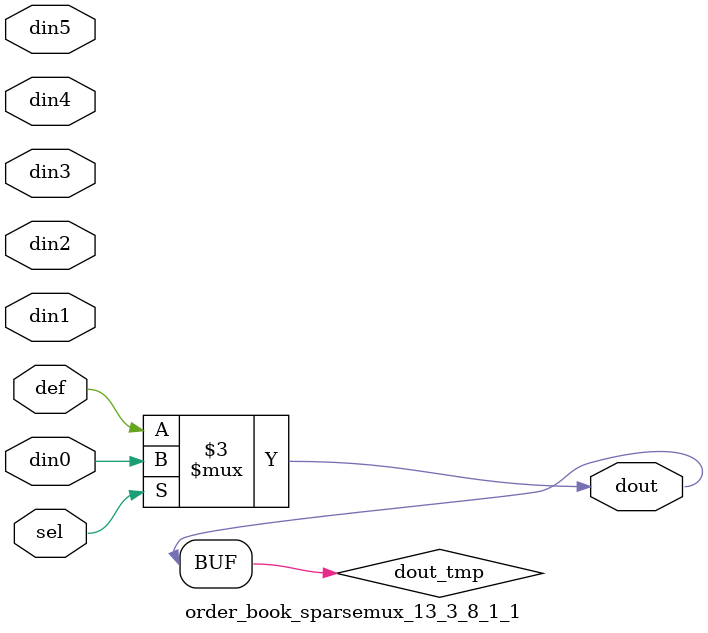
<source format=v>
`timescale 1ns / 1ps

module order_book_sparsemux_13_3_8_1_1 (din0,din1,din2,din3,din4,din5,def,sel,dout);

parameter din0_WIDTH = 1;

parameter din1_WIDTH = 1;

parameter din2_WIDTH = 1;

parameter din3_WIDTH = 1;

parameter din4_WIDTH = 1;

parameter din5_WIDTH = 1;

parameter def_WIDTH = 1;
parameter sel_WIDTH = 1;
parameter dout_WIDTH = 1;

parameter [sel_WIDTH-1:0] CASE0 = 1;

parameter [sel_WIDTH-1:0] CASE1 = 1;

parameter [sel_WIDTH-1:0] CASE2 = 1;

parameter [sel_WIDTH-1:0] CASE3 = 1;

parameter [sel_WIDTH-1:0] CASE4 = 1;

parameter [sel_WIDTH-1:0] CASE5 = 1;

parameter ID = 1;
parameter NUM_STAGE = 1;



input [din0_WIDTH-1:0] din0;

input [din1_WIDTH-1:0] din1;

input [din2_WIDTH-1:0] din2;

input [din3_WIDTH-1:0] din3;

input [din4_WIDTH-1:0] din4;

input [din5_WIDTH-1:0] din5;

input [def_WIDTH-1:0] def;
input [sel_WIDTH-1:0] sel;

output [dout_WIDTH-1:0] dout;



reg [dout_WIDTH-1:0] dout_tmp;


always @ (*) begin
(* parallel_case *) case (sel)
    
    CASE0 : dout_tmp = din0;
    
    CASE1 : dout_tmp = din1;
    
    CASE2 : dout_tmp = din2;
    
    CASE3 : dout_tmp = din3;
    
    CASE4 : dout_tmp = din4;
    
    CASE5 : dout_tmp = din5;
    
    default : dout_tmp = def;
endcase
end


assign dout = dout_tmp;



endmodule

</source>
